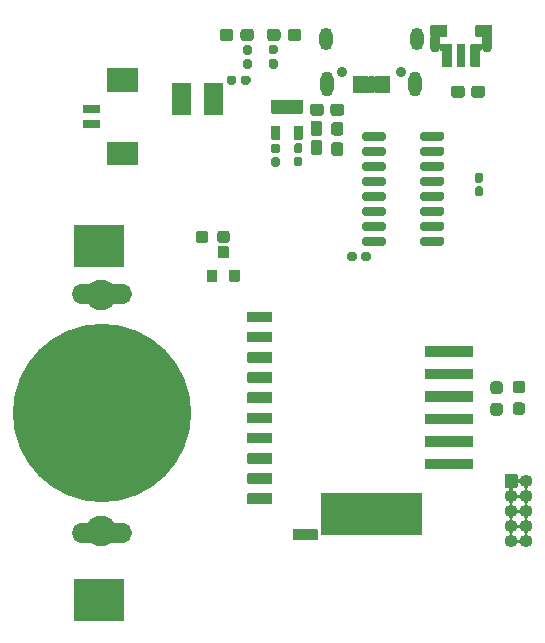
<source format=gbr>
G04 #@! TF.GenerationSoftware,KiCad,Pcbnew,(5.1.10-1-10_14)*
G04 #@! TF.CreationDate,2021-06-27T23:26:48+08:00*
G04 #@! TF.ProjectId,mops-out,6d6f7073-2d6f-4757-942e-6b696361645f,rev?*
G04 #@! TF.SameCoordinates,Original*
G04 #@! TF.FileFunction,Soldermask,Top*
G04 #@! TF.FilePolarity,Negative*
%FSLAX46Y46*%
G04 Gerber Fmt 4.6, Leading zero omitted, Abs format (unit mm)*
G04 Created by KiCad (PCBNEW (5.1.10-1-10_14)) date 2021-06-27 23:26:48*
%MOMM*%
%LPD*%
G01*
G04 APERTURE LIST*
%ADD10O,1.102000X1.102000*%
%ADD11C,2.601995*%
%ADD12O,5.101990X1.701997*%
%ADD13C,15.101995*%
%ADD14C,0.902000*%
%ADD15O,1.102000X1.902000*%
%ADD16O,1.102000X2.102000*%
%ADD17O,0.864000X1.626000*%
%ADD18C,0.100000*%
G04 APERTURE END LIST*
G36*
G01*
X143574380Y-65201560D02*
X143574380Y-65552560D01*
G75*
G02*
X143398880Y-65728060I-175500J0D01*
G01*
X141697880Y-65728060D01*
G75*
G02*
X141522380Y-65552560I0J175500D01*
G01*
X141522380Y-65201560D01*
G75*
G02*
X141697880Y-65026060I175500J0D01*
G01*
X143398880Y-65026060D01*
G75*
G02*
X143574380Y-65201560I0J-175500D01*
G01*
G37*
G36*
G01*
X143574380Y-63931560D02*
X143574380Y-64282560D01*
G75*
G02*
X143398880Y-64458060I-175500J0D01*
G01*
X141697880Y-64458060D01*
G75*
G02*
X141522380Y-64282560I0J175500D01*
G01*
X141522380Y-63931560D01*
G75*
G02*
X141697880Y-63756060I175500J0D01*
G01*
X143398880Y-63756060D01*
G75*
G02*
X143574380Y-63931560I0J-175500D01*
G01*
G37*
G36*
G01*
X143574380Y-62661560D02*
X143574380Y-63012560D01*
G75*
G02*
X143398880Y-63188060I-175500J0D01*
G01*
X141697880Y-63188060D01*
G75*
G02*
X141522380Y-63012560I0J175500D01*
G01*
X141522380Y-62661560D01*
G75*
G02*
X141697880Y-62486060I175500J0D01*
G01*
X143398880Y-62486060D01*
G75*
G02*
X143574380Y-62661560I0J-175500D01*
G01*
G37*
G36*
G01*
X143574380Y-61391560D02*
X143574380Y-61742560D01*
G75*
G02*
X143398880Y-61918060I-175500J0D01*
G01*
X141697880Y-61918060D01*
G75*
G02*
X141522380Y-61742560I0J175500D01*
G01*
X141522380Y-61391560D01*
G75*
G02*
X141697880Y-61216060I175500J0D01*
G01*
X143398880Y-61216060D01*
G75*
G02*
X143574380Y-61391560I0J-175500D01*
G01*
G37*
G36*
G01*
X143574380Y-60121560D02*
X143574380Y-60472560D01*
G75*
G02*
X143398880Y-60648060I-175500J0D01*
G01*
X141697880Y-60648060D01*
G75*
G02*
X141522380Y-60472560I0J175500D01*
G01*
X141522380Y-60121560D01*
G75*
G02*
X141697880Y-59946060I175500J0D01*
G01*
X143398880Y-59946060D01*
G75*
G02*
X143574380Y-60121560I0J-175500D01*
G01*
G37*
G36*
G01*
X143574380Y-58851560D02*
X143574380Y-59202560D01*
G75*
G02*
X143398880Y-59378060I-175500J0D01*
G01*
X141697880Y-59378060D01*
G75*
G02*
X141522380Y-59202560I0J175500D01*
G01*
X141522380Y-58851560D01*
G75*
G02*
X141697880Y-58676060I175500J0D01*
G01*
X143398880Y-58676060D01*
G75*
G02*
X143574380Y-58851560I0J-175500D01*
G01*
G37*
G36*
G01*
X143574380Y-57581560D02*
X143574380Y-57932560D01*
G75*
G02*
X143398880Y-58108060I-175500J0D01*
G01*
X141697880Y-58108060D01*
G75*
G02*
X141522380Y-57932560I0J175500D01*
G01*
X141522380Y-57581560D01*
G75*
G02*
X141697880Y-57406060I175500J0D01*
G01*
X143398880Y-57406060D01*
G75*
G02*
X143574380Y-57581560I0J-175500D01*
G01*
G37*
G36*
G01*
X143574380Y-56311560D02*
X143574380Y-56662560D01*
G75*
G02*
X143398880Y-56838060I-175500J0D01*
G01*
X141697880Y-56838060D01*
G75*
G02*
X141522380Y-56662560I0J175500D01*
G01*
X141522380Y-56311560D01*
G75*
G02*
X141697880Y-56136060I175500J0D01*
G01*
X143398880Y-56136060D01*
G75*
G02*
X143574380Y-56311560I0J-175500D01*
G01*
G37*
G36*
G01*
X138624380Y-56311560D02*
X138624380Y-56662560D01*
G75*
G02*
X138448880Y-56838060I-175500J0D01*
G01*
X136747880Y-56838060D01*
G75*
G02*
X136572380Y-56662560I0J175500D01*
G01*
X136572380Y-56311560D01*
G75*
G02*
X136747880Y-56136060I175500J0D01*
G01*
X138448880Y-56136060D01*
G75*
G02*
X138624380Y-56311560I0J-175500D01*
G01*
G37*
G36*
G01*
X138624380Y-57581560D02*
X138624380Y-57932560D01*
G75*
G02*
X138448880Y-58108060I-175500J0D01*
G01*
X136747880Y-58108060D01*
G75*
G02*
X136572380Y-57932560I0J175500D01*
G01*
X136572380Y-57581560D01*
G75*
G02*
X136747880Y-57406060I175500J0D01*
G01*
X138448880Y-57406060D01*
G75*
G02*
X138624380Y-57581560I0J-175500D01*
G01*
G37*
G36*
G01*
X138624380Y-58851560D02*
X138624380Y-59202560D01*
G75*
G02*
X138448880Y-59378060I-175500J0D01*
G01*
X136747880Y-59378060D01*
G75*
G02*
X136572380Y-59202560I0J175500D01*
G01*
X136572380Y-58851560D01*
G75*
G02*
X136747880Y-58676060I175500J0D01*
G01*
X138448880Y-58676060D01*
G75*
G02*
X138624380Y-58851560I0J-175500D01*
G01*
G37*
G36*
G01*
X138624380Y-60121560D02*
X138624380Y-60472560D01*
G75*
G02*
X138448880Y-60648060I-175500J0D01*
G01*
X136747880Y-60648060D01*
G75*
G02*
X136572380Y-60472560I0J175500D01*
G01*
X136572380Y-60121560D01*
G75*
G02*
X136747880Y-59946060I175500J0D01*
G01*
X138448880Y-59946060D01*
G75*
G02*
X138624380Y-60121560I0J-175500D01*
G01*
G37*
G36*
G01*
X138624380Y-61391560D02*
X138624380Y-61742560D01*
G75*
G02*
X138448880Y-61918060I-175500J0D01*
G01*
X136747880Y-61918060D01*
G75*
G02*
X136572380Y-61742560I0J175500D01*
G01*
X136572380Y-61391560D01*
G75*
G02*
X136747880Y-61216060I175500J0D01*
G01*
X138448880Y-61216060D01*
G75*
G02*
X138624380Y-61391560I0J-175500D01*
G01*
G37*
G36*
G01*
X138624380Y-62661560D02*
X138624380Y-63012560D01*
G75*
G02*
X138448880Y-63188060I-175500J0D01*
G01*
X136747880Y-63188060D01*
G75*
G02*
X136572380Y-63012560I0J175500D01*
G01*
X136572380Y-62661560D01*
G75*
G02*
X136747880Y-62486060I175500J0D01*
G01*
X138448880Y-62486060D01*
G75*
G02*
X138624380Y-62661560I0J-175500D01*
G01*
G37*
G36*
G01*
X138624380Y-63931560D02*
X138624380Y-64282560D01*
G75*
G02*
X138448880Y-64458060I-175500J0D01*
G01*
X136747880Y-64458060D01*
G75*
G02*
X136572380Y-64282560I0J175500D01*
G01*
X136572380Y-63931560D01*
G75*
G02*
X136747880Y-63756060I175500J0D01*
G01*
X138448880Y-63756060D01*
G75*
G02*
X138624380Y-63931560I0J-175500D01*
G01*
G37*
G36*
G01*
X138624380Y-65201560D02*
X138624380Y-65552560D01*
G75*
G02*
X138448880Y-65728060I-175500J0D01*
G01*
X136747880Y-65728060D01*
G75*
G02*
X136572380Y-65552560I0J175500D01*
G01*
X136572380Y-65201560D01*
G75*
G02*
X136747880Y-65026060I175500J0D01*
G01*
X138448880Y-65026060D01*
G75*
G02*
X138624380Y-65201560I0J-175500D01*
G01*
G37*
G36*
G01*
X148663840Y-86164040D02*
X148663840Y-85164040D01*
G75*
G02*
X148714840Y-85113040I51000J0D01*
G01*
X149714840Y-85113040D01*
G75*
G02*
X149765840Y-85164040I0J-51000D01*
G01*
X149765840Y-86164040D01*
G75*
G02*
X149714840Y-86215040I-51000J0D01*
G01*
X148714840Y-86215040D01*
G75*
G02*
X148663840Y-86164040I0J51000D01*
G01*
G37*
D10*
X150484840Y-85664040D03*
X150484840Y-86934040D03*
X149214840Y-86934040D03*
X150484840Y-88204040D03*
X149214840Y-88204040D03*
X150484840Y-89474040D03*
X149214840Y-89474040D03*
X150484840Y-90744040D03*
X149214840Y-90744040D03*
G36*
G01*
X146677540Y-61552300D02*
X146316540Y-61552300D01*
G75*
G02*
X146136040Y-61371800I0J180500D01*
G01*
X146136040Y-60895800D01*
G75*
G02*
X146316540Y-60715300I180500J0D01*
G01*
X146677540Y-60715300D01*
G75*
G02*
X146858040Y-60895800I0J-180500D01*
G01*
X146858040Y-61371800D01*
G75*
G02*
X146677540Y-61552300I-180500J0D01*
G01*
G37*
G36*
G01*
X146677540Y-60417300D02*
X146316540Y-60417300D01*
G75*
G02*
X146136040Y-60236800I0J180500D01*
G01*
X146136040Y-59760800D01*
G75*
G02*
X146316540Y-59580300I180500J0D01*
G01*
X146677540Y-59580300D01*
G75*
G02*
X146858040Y-59760800I0J-180500D01*
G01*
X146858040Y-60236800D01*
G75*
G02*
X146677540Y-60417300I-180500J0D01*
G01*
G37*
G36*
G01*
X137338280Y-66476720D02*
X137338280Y-66837720D01*
G75*
G02*
X137157780Y-67018220I-180500J0D01*
G01*
X136681780Y-67018220D01*
G75*
G02*
X136501280Y-66837720I0J180500D01*
G01*
X136501280Y-66476720D01*
G75*
G02*
X136681780Y-66296220I180500J0D01*
G01*
X137157780Y-66296220D01*
G75*
G02*
X137338280Y-66476720I0J-180500D01*
G01*
G37*
G36*
G01*
X136203280Y-66476720D02*
X136203280Y-66837720D01*
G75*
G02*
X136022780Y-67018220I-180500J0D01*
G01*
X135546780Y-67018220D01*
G75*
G02*
X135366280Y-66837720I0J180500D01*
G01*
X135366280Y-66476720D01*
G75*
G02*
X135546780Y-66296220I180500J0D01*
G01*
X136022780Y-66296220D01*
G75*
G02*
X136203280Y-66476720I0J-180500D01*
G01*
G37*
G36*
G01*
X132970780Y-56472680D02*
X132494780Y-56472680D01*
G75*
G02*
X132256780Y-56234680I0J238000D01*
G01*
X132256780Y-55383680D01*
G75*
G02*
X132494780Y-55145680I238000J0D01*
G01*
X132970780Y-55145680D01*
G75*
G02*
X133208780Y-55383680I0J-238000D01*
G01*
X133208780Y-56234680D01*
G75*
G02*
X132970780Y-56472680I-238000J0D01*
G01*
G37*
G36*
G01*
X132970780Y-58097680D02*
X132494780Y-58097680D01*
G75*
G02*
X132256780Y-57859680I0J238000D01*
G01*
X132256780Y-57008680D01*
G75*
G02*
X132494780Y-56770680I238000J0D01*
G01*
X132970780Y-56770680D01*
G75*
G02*
X133208780Y-57008680I0J-238000D01*
G01*
X133208780Y-57859680D01*
G75*
G02*
X132970780Y-58097680I-238000J0D01*
G01*
G37*
G36*
G01*
X116430476Y-67557278D02*
X112230484Y-67557278D01*
G75*
G02*
X112179484Y-67506278I0J51000D01*
G01*
X112179484Y-64006286D01*
G75*
G02*
X112230484Y-63955286I51000J0D01*
G01*
X116430476Y-63955286D01*
G75*
G02*
X116481476Y-64006286I0J-51000D01*
G01*
X116481476Y-67506278D01*
G75*
G02*
X116430476Y-67557278I-51000J0D01*
G01*
G37*
G36*
G01*
X116430476Y-97532834D02*
X112230484Y-97532834D01*
G75*
G02*
X112179484Y-97481834I0J51000D01*
G01*
X112179484Y-93981842D01*
G75*
G02*
X112230484Y-93930842I51000J0D01*
G01*
X116430476Y-93930842D01*
G75*
G02*
X116481476Y-93981842I0J-51000D01*
G01*
X116481476Y-97481834D01*
G75*
G02*
X116430476Y-97532834I-51000J0D01*
G01*
G37*
D11*
X114523520Y-89933780D03*
X114523520Y-69933820D03*
D12*
X114599720Y-90055700D03*
X114599720Y-69832164D03*
D13*
X114599720Y-79943932D03*
D14*
X134900000Y-51000000D03*
X139900000Y-51000000D03*
D15*
X133525000Y-48250000D03*
X141275000Y-48250000D03*
D16*
X133675000Y-52050000D03*
X141125000Y-52050000D03*
G36*
G01*
X136376000Y-51450000D02*
X136376000Y-52750000D01*
G75*
G02*
X136325000Y-52801000I-51000J0D01*
G01*
X135875000Y-52801000D01*
G75*
G02*
X135824000Y-52750000I0J51000D01*
G01*
X135824000Y-51450000D01*
G75*
G02*
X135875000Y-51399000I51000J0D01*
G01*
X136325000Y-51399000D01*
G75*
G02*
X136376000Y-51450000I0J-51000D01*
G01*
G37*
G36*
G01*
X137026000Y-51450000D02*
X137026000Y-52750000D01*
G75*
G02*
X136975000Y-52801000I-51000J0D01*
G01*
X136525000Y-52801000D01*
G75*
G02*
X136474000Y-52750000I0J51000D01*
G01*
X136474000Y-51450000D01*
G75*
G02*
X136525000Y-51399000I51000J0D01*
G01*
X136975000Y-51399000D01*
G75*
G02*
X137026000Y-51450000I0J-51000D01*
G01*
G37*
G36*
G01*
X137676000Y-51450000D02*
X137676000Y-52750000D01*
G75*
G02*
X137625000Y-52801000I-51000J0D01*
G01*
X137175000Y-52801000D01*
G75*
G02*
X137124000Y-52750000I0J51000D01*
G01*
X137124000Y-51450000D01*
G75*
G02*
X137175000Y-51399000I51000J0D01*
G01*
X137625000Y-51399000D01*
G75*
G02*
X137676000Y-51450000I0J-51000D01*
G01*
G37*
G36*
G01*
X138326000Y-51450000D02*
X138326000Y-52750000D01*
G75*
G02*
X138275000Y-52801000I-51000J0D01*
G01*
X137825000Y-52801000D01*
G75*
G02*
X137774000Y-52750000I0J51000D01*
G01*
X137774000Y-51450000D01*
G75*
G02*
X137825000Y-51399000I51000J0D01*
G01*
X138275000Y-51399000D01*
G75*
G02*
X138326000Y-51450000I0J-51000D01*
G01*
G37*
G36*
G01*
X138976000Y-51450000D02*
X138976000Y-52750000D01*
G75*
G02*
X138925000Y-52801000I-51000J0D01*
G01*
X138475000Y-52801000D01*
G75*
G02*
X138424000Y-52750000I0J51000D01*
G01*
X138424000Y-51450000D01*
G75*
G02*
X138475000Y-51399000I51000J0D01*
G01*
X138925000Y-51399000D01*
G75*
G02*
X138976000Y-51450000I0J-51000D01*
G01*
G37*
G36*
G01*
X124334000Y-65263000D02*
X124334000Y-64737000D01*
G75*
G02*
X124597000Y-64474000I263000J0D01*
G01*
X125148000Y-64474000D01*
G75*
G02*
X125411000Y-64737000I0J-263000D01*
G01*
X125411000Y-65263000D01*
G75*
G02*
X125148000Y-65526000I-263000J0D01*
G01*
X124597000Y-65526000D01*
G75*
G02*
X124334000Y-65263000I0J263000D01*
G01*
G37*
G36*
G01*
X122509000Y-65263000D02*
X122509000Y-64737000D01*
G75*
G02*
X122772000Y-64474000I263000J0D01*
G01*
X123323000Y-64474000D01*
G75*
G02*
X123586000Y-64737000I0J-263000D01*
G01*
X123586000Y-65263000D01*
G75*
G02*
X123323000Y-65526000I-263000J0D01*
G01*
X122772000Y-65526000D01*
G75*
G02*
X122509000Y-65263000I0J263000D01*
G01*
G37*
G36*
G01*
X149622400Y-79002240D02*
X150148400Y-79002240D01*
G75*
G02*
X150411400Y-79265240I0J-263000D01*
G01*
X150411400Y-79816240D01*
G75*
G02*
X150148400Y-80079240I-263000J0D01*
G01*
X149622400Y-80079240D01*
G75*
G02*
X149359400Y-79816240I0J263000D01*
G01*
X149359400Y-79265240D01*
G75*
G02*
X149622400Y-79002240I263000J0D01*
G01*
G37*
G36*
G01*
X149622400Y-77177240D02*
X150148400Y-77177240D01*
G75*
G02*
X150411400Y-77440240I0J-263000D01*
G01*
X150411400Y-77991240D01*
G75*
G02*
X150148400Y-78254240I-263000J0D01*
G01*
X149622400Y-78254240D01*
G75*
G02*
X149359400Y-77991240I0J263000D01*
G01*
X149359400Y-77440240D01*
G75*
G02*
X149622400Y-77177240I263000J0D01*
G01*
G37*
G36*
G01*
X147737000Y-79054000D02*
X148263000Y-79054000D01*
G75*
G02*
X148526000Y-79317000I0J-263000D01*
G01*
X148526000Y-79868000D01*
G75*
G02*
X148263000Y-80131000I-263000J0D01*
G01*
X147737000Y-80131000D01*
G75*
G02*
X147474000Y-79868000I0J263000D01*
G01*
X147474000Y-79317000D01*
G75*
G02*
X147737000Y-79054000I263000J0D01*
G01*
G37*
G36*
G01*
X147737000Y-77229000D02*
X148263000Y-77229000D01*
G75*
G02*
X148526000Y-77492000I0J-263000D01*
G01*
X148526000Y-78043000D01*
G75*
G02*
X148263000Y-78306000I-263000J0D01*
G01*
X147737000Y-78306000D01*
G75*
G02*
X147474000Y-78043000I0J263000D01*
G01*
X147474000Y-77492000D01*
G75*
G02*
X147737000Y-77229000I263000J0D01*
G01*
G37*
G36*
G01*
X129270840Y-49549280D02*
X128899840Y-49549280D01*
G75*
G02*
X128714340Y-49363780I0J185500D01*
G01*
X128714340Y-48917780D01*
G75*
G02*
X128899840Y-48732280I185500J0D01*
G01*
X129270840Y-48732280D01*
G75*
G02*
X129456340Y-48917780I0J-185500D01*
G01*
X129456340Y-49363780D01*
G75*
G02*
X129270840Y-49549280I-185500J0D01*
G01*
G37*
G36*
G01*
X129270840Y-50744280D02*
X128899840Y-50744280D01*
G75*
G02*
X128714340Y-50558780I0J185500D01*
G01*
X128714340Y-50112780D01*
G75*
G02*
X128899840Y-49927280I185500J0D01*
G01*
X129270840Y-49927280D01*
G75*
G02*
X129456340Y-50112780I0J-185500D01*
G01*
X129456340Y-50558780D01*
G75*
G02*
X129270840Y-50744280I-185500J0D01*
G01*
G37*
G36*
G01*
X125970260Y-51544140D02*
X125970260Y-51915140D01*
G75*
G02*
X125784760Y-52100640I-185500J0D01*
G01*
X125338760Y-52100640D01*
G75*
G02*
X125153260Y-51915140I0J185500D01*
G01*
X125153260Y-51544140D01*
G75*
G02*
X125338760Y-51358640I185500J0D01*
G01*
X125784760Y-51358640D01*
G75*
G02*
X125970260Y-51544140I0J-185500D01*
G01*
G37*
G36*
G01*
X127165260Y-51544140D02*
X127165260Y-51915140D01*
G75*
G02*
X126979760Y-52100640I-185500J0D01*
G01*
X126533760Y-52100640D01*
G75*
G02*
X126348260Y-51915140I0J185500D01*
G01*
X126348260Y-51544140D01*
G75*
G02*
X126533760Y-51358640I185500J0D01*
G01*
X126979760Y-51358640D01*
G75*
G02*
X127165260Y-51544140I0J-185500D01*
G01*
G37*
G36*
G01*
X126697660Y-49950140D02*
X127068660Y-49950140D01*
G75*
G02*
X127254160Y-50135640I0J-185500D01*
G01*
X127254160Y-50581640D01*
G75*
G02*
X127068660Y-50767140I-185500J0D01*
G01*
X126697660Y-50767140D01*
G75*
G02*
X126512160Y-50581640I0J185500D01*
G01*
X126512160Y-50135640D01*
G75*
G02*
X126697660Y-49950140I185500J0D01*
G01*
G37*
G36*
G01*
X126697660Y-48755140D02*
X127068660Y-48755140D01*
G75*
G02*
X127254160Y-48940640I0J-185500D01*
G01*
X127254160Y-49386640D01*
G75*
G02*
X127068660Y-49572140I-185500J0D01*
G01*
X126697660Y-49572140D01*
G75*
G02*
X126512160Y-49386640I0J185500D01*
G01*
X126512160Y-48940640D01*
G75*
G02*
X126697660Y-48755140I185500J0D01*
G01*
G37*
G36*
G01*
X125258780Y-66788140D02*
X124458780Y-66788140D01*
G75*
G02*
X124407780Y-66737140I0J51000D01*
G01*
X124407780Y-65837140D01*
G75*
G02*
X124458780Y-65786140I51000J0D01*
G01*
X125258780Y-65786140D01*
G75*
G02*
X125309780Y-65837140I0J-51000D01*
G01*
X125309780Y-66737140D01*
G75*
G02*
X125258780Y-66788140I-51000J0D01*
G01*
G37*
G36*
G01*
X126208780Y-68788140D02*
X125408780Y-68788140D01*
G75*
G02*
X125357780Y-68737140I0J51000D01*
G01*
X125357780Y-67837140D01*
G75*
G02*
X125408780Y-67786140I51000J0D01*
G01*
X126208780Y-67786140D01*
G75*
G02*
X126259780Y-67837140I0J-51000D01*
G01*
X126259780Y-68737140D01*
G75*
G02*
X126208780Y-68788140I-51000J0D01*
G01*
G37*
G36*
G01*
X124308780Y-68788140D02*
X123508780Y-68788140D01*
G75*
G02*
X123457780Y-68737140I0J51000D01*
G01*
X123457780Y-67837140D01*
G75*
G02*
X123508780Y-67786140I51000J0D01*
G01*
X124308780Y-67786140D01*
G75*
G02*
X124359780Y-67837140I0J-51000D01*
G01*
X124359780Y-68737140D01*
G75*
G02*
X124308780Y-68788140I-51000J0D01*
G01*
G37*
G36*
G01*
X129701000Y-47637000D02*
X129701000Y-48163000D01*
G75*
G02*
X129438000Y-48426000I-263000J0D01*
G01*
X128812000Y-48426000D01*
G75*
G02*
X128549000Y-48163000I0J263000D01*
G01*
X128549000Y-47637000D01*
G75*
G02*
X128812000Y-47374000I263000J0D01*
G01*
X129438000Y-47374000D01*
G75*
G02*
X129701000Y-47637000I0J-263000D01*
G01*
G37*
G36*
G01*
X131451000Y-47637000D02*
X131451000Y-48163000D01*
G75*
G02*
X131188000Y-48426000I-263000J0D01*
G01*
X130562000Y-48426000D01*
G75*
G02*
X130299000Y-48163000I0J263000D01*
G01*
X130299000Y-47637000D01*
G75*
G02*
X130562000Y-47374000I263000J0D01*
G01*
X131188000Y-47374000D01*
G75*
G02*
X131451000Y-47637000I0J-263000D01*
G01*
G37*
G36*
G01*
X126299000Y-48163000D02*
X126299000Y-47637000D01*
G75*
G02*
X126562000Y-47374000I263000J0D01*
G01*
X127188000Y-47374000D01*
G75*
G02*
X127451000Y-47637000I0J-263000D01*
G01*
X127451000Y-48163000D01*
G75*
G02*
X127188000Y-48426000I-263000J0D01*
G01*
X126562000Y-48426000D01*
G75*
G02*
X126299000Y-48163000I0J263000D01*
G01*
G37*
G36*
G01*
X124549000Y-48163000D02*
X124549000Y-47637000D01*
G75*
G02*
X124812000Y-47374000I263000J0D01*
G01*
X125438000Y-47374000D01*
G75*
G02*
X125701000Y-47637000I0J-263000D01*
G01*
X125701000Y-48163000D01*
G75*
G02*
X125438000Y-48426000I-263000J0D01*
G01*
X124812000Y-48426000D01*
G75*
G02*
X124549000Y-48163000I0J263000D01*
G01*
G37*
G36*
G01*
X145846480Y-52975620D02*
X145846480Y-52449620D01*
G75*
G02*
X146109480Y-52186620I263000J0D01*
G01*
X146760480Y-52186620D01*
G75*
G02*
X147023480Y-52449620I0J-263000D01*
G01*
X147023480Y-52975620D01*
G75*
G02*
X146760480Y-53238620I-263000J0D01*
G01*
X146109480Y-53238620D01*
G75*
G02*
X145846480Y-52975620I0J263000D01*
G01*
G37*
G36*
G01*
X144121480Y-52975620D02*
X144121480Y-52449620D01*
G75*
G02*
X144384480Y-52186620I263000J0D01*
G01*
X145035480Y-52186620D01*
G75*
G02*
X145298480Y-52449620I0J-263000D01*
G01*
X145298480Y-52975620D01*
G75*
G02*
X145035480Y-53238620I-263000J0D01*
G01*
X144384480Y-53238620D01*
G75*
G02*
X144121480Y-52975620I0J263000D01*
G01*
G37*
G36*
G01*
X133911020Y-54499620D02*
X133911020Y-53973620D01*
G75*
G02*
X134174020Y-53710620I263000J0D01*
G01*
X134825020Y-53710620D01*
G75*
G02*
X135088020Y-53973620I0J-263000D01*
G01*
X135088020Y-54499620D01*
G75*
G02*
X134825020Y-54762620I-263000J0D01*
G01*
X134174020Y-54762620D01*
G75*
G02*
X133911020Y-54499620I0J263000D01*
G01*
G37*
G36*
G01*
X132186020Y-54499620D02*
X132186020Y-53973620D01*
G75*
G02*
X132449020Y-53710620I263000J0D01*
G01*
X133100020Y-53710620D01*
G75*
G02*
X133363020Y-53973620I0J-263000D01*
G01*
X133363020Y-54499620D01*
G75*
G02*
X133100020Y-54762620I-263000J0D01*
G01*
X132449020Y-54762620D01*
G75*
G02*
X132186020Y-54499620I0J263000D01*
G01*
G37*
G36*
G01*
X129095340Y-58231180D02*
X129456340Y-58231180D01*
G75*
G02*
X129636840Y-58411680I0J-180500D01*
G01*
X129636840Y-58887680D01*
G75*
G02*
X129456340Y-59068180I-180500J0D01*
G01*
X129095340Y-59068180D01*
G75*
G02*
X128914840Y-58887680I0J180500D01*
G01*
X128914840Y-58411680D01*
G75*
G02*
X129095340Y-58231180I180500J0D01*
G01*
G37*
G36*
G01*
X129095340Y-57096180D02*
X129456340Y-57096180D01*
G75*
G02*
X129636840Y-57276680I0J-180500D01*
G01*
X129636840Y-57752680D01*
G75*
G02*
X129456340Y-57933180I-180500J0D01*
G01*
X129095340Y-57933180D01*
G75*
G02*
X128914840Y-57752680I0J180500D01*
G01*
X128914840Y-57276680D01*
G75*
G02*
X129095340Y-57096180I180500J0D01*
G01*
G37*
G36*
G01*
X134763620Y-56431500D02*
X134237620Y-56431500D01*
G75*
G02*
X133974620Y-56168500I0J263000D01*
G01*
X133974620Y-55517500D01*
G75*
G02*
X134237620Y-55254500I263000J0D01*
G01*
X134763620Y-55254500D01*
G75*
G02*
X135026620Y-55517500I0J-263000D01*
G01*
X135026620Y-56168500D01*
G75*
G02*
X134763620Y-56431500I-263000J0D01*
G01*
G37*
G36*
G01*
X134763620Y-58156500D02*
X134237620Y-58156500D01*
G75*
G02*
X133974620Y-57893500I0J263000D01*
G01*
X133974620Y-57242500D01*
G75*
G02*
X134237620Y-56979500I263000J0D01*
G01*
X134763620Y-56979500D01*
G75*
G02*
X135026620Y-57242500I0J-263000D01*
G01*
X135026620Y-57893500D01*
G75*
G02*
X134763620Y-58156500I-263000J0D01*
G01*
G37*
G36*
G01*
X131007960Y-58190540D02*
X131368960Y-58190540D01*
G75*
G02*
X131549460Y-58371040I0J-180500D01*
G01*
X131549460Y-58847040D01*
G75*
G02*
X131368960Y-59027540I-180500J0D01*
G01*
X131007960Y-59027540D01*
G75*
G02*
X130827460Y-58847040I0J180500D01*
G01*
X130827460Y-58371040D01*
G75*
G02*
X131007960Y-58190540I180500J0D01*
G01*
G37*
G36*
G01*
X131007960Y-57055540D02*
X131368960Y-57055540D01*
G75*
G02*
X131549460Y-57236040I0J-180500D01*
G01*
X131549460Y-57712040D01*
G75*
G02*
X131368960Y-57892540I-180500J0D01*
G01*
X131007960Y-57892540D01*
G75*
G02*
X130827460Y-57712040I0J180500D01*
G01*
X130827460Y-57236040D01*
G75*
G02*
X131007960Y-57055540I180500J0D01*
G01*
G37*
G36*
G01*
X117618732Y-58945909D02*
X115018738Y-58945909D01*
G75*
G02*
X114967738Y-58894909I0J51000D01*
G01*
X114967738Y-56994913D01*
G75*
G02*
X115018738Y-56943913I51000J0D01*
G01*
X117618732Y-56943913D01*
G75*
G02*
X117669732Y-56994913I0J-51000D01*
G01*
X117669732Y-58894909D01*
G75*
G02*
X117618732Y-58945909I-51000J0D01*
G01*
G37*
G36*
G01*
X117618732Y-52695985D02*
X115018738Y-52695985D01*
G75*
G02*
X114967738Y-52644985I0J51000D01*
G01*
X114967738Y-50744989D01*
G75*
G02*
X115018738Y-50693989I51000J0D01*
G01*
X117618732Y-50693989D01*
G75*
G02*
X117669732Y-50744989I0J-51000D01*
G01*
X117669732Y-52644985D01*
G75*
G02*
X117618732Y-52695985I-51000J0D01*
G01*
G37*
G36*
G01*
X114401264Y-54546108D02*
X113001266Y-54546108D01*
G75*
G02*
X112950267Y-54495109I0J50999D01*
G01*
X112950267Y-53895109D01*
G75*
G02*
X113001266Y-53844110I50999J0D01*
G01*
X114401264Y-53844110D01*
G75*
G02*
X114452263Y-53895109I0J-50999D01*
G01*
X114452263Y-54495109D01*
G75*
G02*
X114401264Y-54546108I-50999J0D01*
G01*
G37*
G36*
G01*
X114401264Y-55796042D02*
X113001266Y-55796042D01*
G75*
G02*
X112950267Y-55745043I0J50999D01*
G01*
X112950267Y-55145043D01*
G75*
G02*
X113001266Y-55094044I50999J0D01*
G01*
X114401264Y-55094044D01*
G75*
G02*
X114452263Y-55145043I0J-50999D01*
G01*
X114452263Y-55745043D01*
G75*
G02*
X114401264Y-55796042I-50999J0D01*
G01*
G37*
G36*
G01*
X130868579Y-55598900D02*
X131518581Y-55598900D01*
G75*
G02*
X131569580Y-55649899I0J-50999D01*
G01*
X131569580Y-56709901D01*
G75*
G02*
X131518581Y-56760900I-50999J0D01*
G01*
X130868579Y-56760900D01*
G75*
G02*
X130817580Y-56709901I0J50999D01*
G01*
X130817580Y-55649899D01*
G75*
G02*
X130868579Y-55598900I50999J0D01*
G01*
G37*
G36*
G01*
X128968579Y-55598900D02*
X129618581Y-55598900D01*
G75*
G02*
X129669580Y-55649899I0J-50999D01*
G01*
X129669580Y-56709901D01*
G75*
G02*
X129618581Y-56760900I-50999J0D01*
G01*
X128968579Y-56760900D01*
G75*
G02*
X128917580Y-56709901I0J50999D01*
G01*
X128917580Y-55649899D01*
G75*
G02*
X128968579Y-55598900I50999J0D01*
G01*
G37*
G36*
G01*
X128968579Y-53398900D02*
X129618581Y-53398900D01*
G75*
G02*
X129669580Y-53449899I0J-50999D01*
G01*
X129669580Y-54509901D01*
G75*
G02*
X129618581Y-54560900I-50999J0D01*
G01*
X128968579Y-54560900D01*
G75*
G02*
X128917580Y-54509901I0J50999D01*
G01*
X128917580Y-53449899D01*
G75*
G02*
X128968579Y-53398900I50999J0D01*
G01*
G37*
G36*
G01*
X129918579Y-53398900D02*
X130568581Y-53398900D01*
G75*
G02*
X130619580Y-53449899I0J-50999D01*
G01*
X130619580Y-54509901D01*
G75*
G02*
X130568581Y-54560900I-50999J0D01*
G01*
X129918579Y-54560900D01*
G75*
G02*
X129867580Y-54509901I0J50999D01*
G01*
X129867580Y-53449899D01*
G75*
G02*
X129918579Y-53398900I50999J0D01*
G01*
G37*
G36*
G01*
X130868579Y-53398900D02*
X131518581Y-53398900D01*
G75*
G02*
X131569580Y-53449899I0J-50999D01*
G01*
X131569580Y-54509901D01*
G75*
G02*
X131518581Y-54560900I-50999J0D01*
G01*
X130868579Y-54560900D01*
G75*
G02*
X130817580Y-54509901I0J50999D01*
G01*
X130817580Y-53449899D01*
G75*
G02*
X130868579Y-53398900I50999J0D01*
G01*
G37*
G36*
G01*
X123188300Y-53659921D02*
X123188300Y-53009919D01*
G75*
G02*
X123239299Y-52958920I50999J0D01*
G01*
X124799301Y-52958920D01*
G75*
G02*
X124850300Y-53009919I0J-50999D01*
G01*
X124850300Y-53659921D01*
G75*
G02*
X124799301Y-53710920I-50999J0D01*
G01*
X123239299Y-53710920D01*
G75*
G02*
X123188300Y-53659921I0J50999D01*
G01*
G37*
G36*
G01*
X123188300Y-52709921D02*
X123188300Y-52059919D01*
G75*
G02*
X123239299Y-52008920I50999J0D01*
G01*
X124799301Y-52008920D01*
G75*
G02*
X124850300Y-52059919I0J-50999D01*
G01*
X124850300Y-52709921D01*
G75*
G02*
X124799301Y-52760920I-50999J0D01*
G01*
X123239299Y-52760920D01*
G75*
G02*
X123188300Y-52709921I0J50999D01*
G01*
G37*
G36*
G01*
X123188300Y-54609921D02*
X123188300Y-53959919D01*
G75*
G02*
X123239299Y-53908920I50999J0D01*
G01*
X124799301Y-53908920D01*
G75*
G02*
X124850300Y-53959919I0J-50999D01*
G01*
X124850300Y-54609921D01*
G75*
G02*
X124799301Y-54660920I-50999J0D01*
G01*
X123239299Y-54660920D01*
G75*
G02*
X123188300Y-54609921I0J50999D01*
G01*
G37*
G36*
G01*
X120488300Y-54609921D02*
X120488300Y-53959919D01*
G75*
G02*
X120539299Y-53908920I50999J0D01*
G01*
X122099301Y-53908920D01*
G75*
G02*
X122150300Y-53959919I0J-50999D01*
G01*
X122150300Y-54609921D01*
G75*
G02*
X122099301Y-54660920I-50999J0D01*
G01*
X120539299Y-54660920D01*
G75*
G02*
X120488300Y-54609921I0J50999D01*
G01*
G37*
G36*
G01*
X120488300Y-53659921D02*
X120488300Y-53009919D01*
G75*
G02*
X120539299Y-52958920I50999J0D01*
G01*
X122099301Y-52958920D01*
G75*
G02*
X122150300Y-53009919I0J-50999D01*
G01*
X122150300Y-53659921D01*
G75*
G02*
X122099301Y-53710920I-50999J0D01*
G01*
X120539299Y-53710920D01*
G75*
G02*
X120488300Y-53659921I0J50999D01*
G01*
G37*
G36*
G01*
X120488300Y-52709921D02*
X120488300Y-52059919D01*
G75*
G02*
X120539299Y-52008920I50999J0D01*
G01*
X122099301Y-52008920D01*
G75*
G02*
X122150300Y-52059919I0J-50999D01*
G01*
X122150300Y-52709921D01*
G75*
G02*
X122099301Y-52760920I-50999J0D01*
G01*
X120539299Y-52760920D01*
G75*
G02*
X120488300Y-52709921I0J50999D01*
G01*
G37*
G36*
G01*
X141651067Y-86715177D02*
X141651067Y-90215043D01*
G75*
G02*
X141600067Y-90266043I-51000J0D01*
G01*
X133200033Y-90266043D01*
G75*
G02*
X133149033Y-90215043I0J51000D01*
G01*
X133149033Y-86715177D01*
G75*
G02*
X133200033Y-86664177I51000J0D01*
G01*
X141600067Y-86664177D01*
G75*
G02*
X141651067Y-86715177I0J-51000D01*
G01*
G37*
G36*
G01*
X132851110Y-89814866D02*
X132851110Y-90614966D01*
G75*
G02*
X132800110Y-90665966I-51000J0D01*
G01*
X130800114Y-90665966D01*
G75*
G02*
X130749114Y-90614966I0J51000D01*
G01*
X130749114Y-89814866D01*
G75*
G02*
X130800114Y-89763866I51000J0D01*
G01*
X132800110Y-89763866D01*
G75*
G02*
X132851110Y-89814866I0J-51000D01*
G01*
G37*
G36*
G01*
X146000944Y-83815132D02*
X146000944Y-84615232D01*
G75*
G02*
X145949944Y-84666232I-51000J0D01*
G01*
X141949952Y-84666232D01*
G75*
G02*
X141898952Y-84615232I0J51000D01*
G01*
X141898952Y-83815132D01*
G75*
G02*
X141949952Y-83764132I51000J0D01*
G01*
X145949944Y-83764132D01*
G75*
G02*
X146000944Y-83815132I0J-51000D01*
G01*
G37*
G36*
G01*
X146000944Y-81914958D02*
X146000944Y-82715058D01*
G75*
G02*
X145949944Y-82766058I-51000J0D01*
G01*
X141949952Y-82766058D01*
G75*
G02*
X141898952Y-82715058I0J51000D01*
G01*
X141898952Y-81914958D01*
G75*
G02*
X141949952Y-81863958I51000J0D01*
G01*
X145949944Y-81863958D01*
G75*
G02*
X146000944Y-81914958I0J-51000D01*
G01*
G37*
G36*
G01*
X146000944Y-80015038D02*
X146000944Y-80815138D01*
G75*
G02*
X145949944Y-80866138I-51000J0D01*
G01*
X141949952Y-80866138D01*
G75*
G02*
X141898952Y-80815138I0J51000D01*
G01*
X141898952Y-80015038D01*
G75*
G02*
X141949952Y-79964038I51000J0D01*
G01*
X145949944Y-79964038D01*
G75*
G02*
X146000944Y-80015038I0J-51000D01*
G01*
G37*
G36*
G01*
X146000944Y-78115118D02*
X146000944Y-78915218D01*
G75*
G02*
X145949944Y-78966218I-51000J0D01*
G01*
X141949952Y-78966218D01*
G75*
G02*
X141898952Y-78915218I0J51000D01*
G01*
X141898952Y-78115118D01*
G75*
G02*
X141949952Y-78064118I51000J0D01*
G01*
X145949944Y-78064118D01*
G75*
G02*
X146000944Y-78115118I0J-51000D01*
G01*
G37*
G36*
G01*
X146000944Y-76214944D02*
X146000944Y-77015044D01*
G75*
G02*
X145949944Y-77066044I-51000J0D01*
G01*
X141949952Y-77066044D01*
G75*
G02*
X141898952Y-77015044I0J51000D01*
G01*
X141898952Y-76214944D01*
G75*
G02*
X141949952Y-76163944I51000J0D01*
G01*
X145949944Y-76163944D01*
G75*
G02*
X146000944Y-76214944I0J-51000D01*
G01*
G37*
G36*
G01*
X146000944Y-74315024D02*
X146000944Y-75115124D01*
G75*
G02*
X145949944Y-75166124I-51000J0D01*
G01*
X141949952Y-75166124D01*
G75*
G02*
X141898952Y-75115124I0J51000D01*
G01*
X141898952Y-74315024D01*
G75*
G02*
X141949952Y-74264024I51000J0D01*
G01*
X145949944Y-74264024D01*
G75*
G02*
X146000944Y-74315024I0J-51000D01*
G01*
G37*
G36*
G01*
X129000978Y-71374974D02*
X129000978Y-72175074D01*
G75*
G02*
X128949978Y-72226074I-51000J0D01*
G01*
X126949982Y-72226074D01*
G75*
G02*
X126898982Y-72175074I0J51000D01*
G01*
X126898982Y-71374974D01*
G75*
G02*
X126949982Y-71323974I51000J0D01*
G01*
X128949978Y-71323974D01*
G75*
G02*
X129000978Y-71374974I0J-51000D01*
G01*
G37*
G36*
G01*
X129000978Y-73084902D02*
X129000978Y-73885002D01*
G75*
G02*
X128949978Y-73936002I-51000J0D01*
G01*
X126949982Y-73936002D01*
G75*
G02*
X126898982Y-73885002I0J51000D01*
G01*
X126898982Y-73084902D01*
G75*
G02*
X126949982Y-73033902I51000J0D01*
G01*
X128949978Y-73033902D01*
G75*
G02*
X129000978Y-73084902I0J-51000D01*
G01*
G37*
G36*
G01*
X129000978Y-74795084D02*
X129000978Y-75595184D01*
G75*
G02*
X128949978Y-75646184I-51000J0D01*
G01*
X126949982Y-75646184D01*
G75*
G02*
X126898982Y-75595184I0J51000D01*
G01*
X126898982Y-74795084D01*
G75*
G02*
X126949982Y-74744084I51000J0D01*
G01*
X128949978Y-74744084D01*
G75*
G02*
X129000978Y-74795084I0J-51000D01*
G01*
G37*
G36*
G01*
X129000978Y-76505012D02*
X129000978Y-77305112D01*
G75*
G02*
X128949978Y-77356112I-51000J0D01*
G01*
X126949982Y-77356112D01*
G75*
G02*
X126898982Y-77305112I0J51000D01*
G01*
X126898982Y-76505012D01*
G75*
G02*
X126949982Y-76454012I51000J0D01*
G01*
X128949978Y-76454012D01*
G75*
G02*
X129000978Y-76505012I0J-51000D01*
G01*
G37*
G36*
G01*
X129000978Y-78214940D02*
X129000978Y-79015040D01*
G75*
G02*
X128949978Y-79066040I-51000J0D01*
G01*
X126949982Y-79066040D01*
G75*
G02*
X126898982Y-79015040I0J51000D01*
G01*
X126898982Y-78214940D01*
G75*
G02*
X126949982Y-78163940I51000J0D01*
G01*
X128949978Y-78163940D01*
G75*
G02*
X129000978Y-78214940I0J-51000D01*
G01*
G37*
G36*
G01*
X129000978Y-79925122D02*
X129000978Y-80725222D01*
G75*
G02*
X128949978Y-80776222I-51000J0D01*
G01*
X126949982Y-80776222D01*
G75*
G02*
X126898982Y-80725222I0J51000D01*
G01*
X126898982Y-79925122D01*
G75*
G02*
X126949982Y-79874122I51000J0D01*
G01*
X128949978Y-79874122D01*
G75*
G02*
X129000978Y-79925122I0J-51000D01*
G01*
G37*
G36*
G01*
X129000978Y-81635050D02*
X129000978Y-82435150D01*
G75*
G02*
X128949978Y-82486150I-51000J0D01*
G01*
X126949982Y-82486150D01*
G75*
G02*
X126898982Y-82435150I0J51000D01*
G01*
X126898982Y-81635050D01*
G75*
G02*
X126949982Y-81584050I51000J0D01*
G01*
X128949978Y-81584050D01*
G75*
G02*
X129000978Y-81635050I0J-51000D01*
G01*
G37*
G36*
G01*
X129000978Y-83344978D02*
X129000978Y-84145078D01*
G75*
G02*
X128949978Y-84196078I-51000J0D01*
G01*
X126949982Y-84196078D01*
G75*
G02*
X126898982Y-84145078I0J51000D01*
G01*
X126898982Y-83344978D01*
G75*
G02*
X126949982Y-83293978I51000J0D01*
G01*
X128949978Y-83293978D01*
G75*
G02*
X129000978Y-83344978I0J-51000D01*
G01*
G37*
G36*
G01*
X129000978Y-85054906D02*
X129000978Y-85855006D01*
G75*
G02*
X128949978Y-85906006I-51000J0D01*
G01*
X126949982Y-85906006D01*
G75*
G02*
X126898982Y-85855006I0J51000D01*
G01*
X126898982Y-85054906D01*
G75*
G02*
X126949982Y-85003906I51000J0D01*
G01*
X128949978Y-85003906D01*
G75*
G02*
X129000978Y-85054906I0J-51000D01*
G01*
G37*
G36*
G01*
X129000978Y-86765088D02*
X129000978Y-87565188D01*
G75*
G02*
X128949978Y-87616188I-51000J0D01*
G01*
X126949982Y-87616188D01*
G75*
G02*
X126898982Y-87565188I0J51000D01*
G01*
X126898982Y-86765088D01*
G75*
G02*
X126949982Y-86714088I51000J0D01*
G01*
X128949978Y-86714088D01*
G75*
G02*
X129000978Y-86765088I0J-51000D01*
G01*
G37*
D17*
X142800106Y-48600000D03*
X147199894Y-48600000D03*
G36*
G01*
X142446272Y-47058109D02*
X143746268Y-47058109D01*
G75*
G02*
X143797268Y-47109109I0J-51000D01*
G01*
X143797268Y-48009107D01*
G75*
G02*
X143746268Y-48060107I-51000J0D01*
G01*
X142446272Y-48060107D01*
G75*
G02*
X142395272Y-48009107I0J51000D01*
G01*
X142395272Y-47109109D01*
G75*
G02*
X142446272Y-47058109I51000J0D01*
G01*
G37*
G36*
G01*
X146253732Y-47058363D02*
X147553728Y-47058363D01*
G75*
G02*
X147604728Y-47109363I0J-51000D01*
G01*
X147604728Y-48009361D01*
G75*
G02*
X147553728Y-48060361I-51000J0D01*
G01*
X146253732Y-48060361D01*
G75*
G02*
X146202732Y-48009361I0J51000D01*
G01*
X146202732Y-47109363D01*
G75*
G02*
X146253732Y-47058363I51000J0D01*
G01*
G37*
G36*
G01*
X144210361Y-48740640D02*
X144210361Y-50540636D01*
G75*
G02*
X144159361Y-50591636I-51000J0D01*
G01*
X143409351Y-50591636D01*
G75*
G02*
X143358351Y-50540636I0J51000D01*
G01*
X143358351Y-48740640D01*
G75*
G02*
X143409351Y-48689640I51000J0D01*
G01*
X144159361Y-48689640D01*
G75*
G02*
X144210361Y-48740640I0J-51000D01*
G01*
G37*
G36*
G01*
X145336242Y-48740639D02*
X145336242Y-50540637D01*
G75*
G02*
X145285243Y-50591636I-50999J0D01*
G01*
X144685293Y-50591636D01*
G75*
G02*
X144634294Y-50540637I0J50999D01*
G01*
X144634294Y-48740639D01*
G75*
G02*
X144685293Y-48689640I50999J0D01*
G01*
X145285243Y-48689640D01*
G75*
G02*
X145336242Y-48740639I0J-50999D01*
G01*
G37*
G36*
G01*
X146612185Y-48740640D02*
X146612185Y-50540636D01*
G75*
G02*
X146561185Y-50591636I-51000J0D01*
G01*
X145811175Y-50591636D01*
G75*
G02*
X145760175Y-50540636I0J51000D01*
G01*
X145760175Y-48740640D01*
G75*
G02*
X145811175Y-48689640I51000J0D01*
G01*
X146561185Y-48689640D01*
G75*
G02*
X146612185Y-48740640I0J-51000D01*
G01*
G37*
D18*
G36*
X149964127Y-90571296D02*
G01*
X149964277Y-90573117D01*
X149959490Y-90584675D01*
X149938493Y-90690232D01*
X149938493Y-90797848D01*
X149959490Y-90903405D01*
X149964277Y-90914963D01*
X149964016Y-90916946D01*
X149962168Y-90917711D01*
X149960665Y-90916671D01*
X149952102Y-90900649D01*
X149936807Y-90882012D01*
X149918170Y-90866717D01*
X149896906Y-90855352D01*
X149873831Y-90848352D01*
X149849840Y-90845989D01*
X149825849Y-90848352D01*
X149802774Y-90855352D01*
X149781510Y-90866717D01*
X149762873Y-90882012D01*
X149747578Y-90900649D01*
X149739015Y-90916671D01*
X149737316Y-90917727D01*
X149735553Y-90916784D01*
X149735403Y-90914963D01*
X149740190Y-90903405D01*
X149761187Y-90797848D01*
X149761187Y-90690232D01*
X149740190Y-90584675D01*
X149735403Y-90573117D01*
X149735664Y-90571134D01*
X149737512Y-90570369D01*
X149739015Y-90571409D01*
X149747578Y-90587431D01*
X149762873Y-90606068D01*
X149781510Y-90621363D01*
X149802774Y-90632728D01*
X149825849Y-90639728D01*
X149849840Y-90642091D01*
X149873831Y-90639728D01*
X149896906Y-90632728D01*
X149918170Y-90621363D01*
X149936807Y-90606068D01*
X149952102Y-90587431D01*
X149960665Y-90571409D01*
X149962364Y-90570353D01*
X149964127Y-90571296D01*
G37*
G36*
X150657746Y-89994864D02*
G01*
X150658511Y-89996712D01*
X150657471Y-89998215D01*
X150641449Y-90006778D01*
X150622812Y-90022073D01*
X150607517Y-90040710D01*
X150596152Y-90061974D01*
X150589152Y-90085049D01*
X150586789Y-90109040D01*
X150589152Y-90133031D01*
X150596152Y-90156106D01*
X150607517Y-90177370D01*
X150622812Y-90196007D01*
X150641449Y-90211302D01*
X150657471Y-90219865D01*
X150658527Y-90221564D01*
X150657584Y-90223327D01*
X150655763Y-90223477D01*
X150644205Y-90218690D01*
X150538648Y-90197693D01*
X150431032Y-90197693D01*
X150325475Y-90218690D01*
X150313917Y-90223477D01*
X150311934Y-90223216D01*
X150311169Y-90221368D01*
X150312209Y-90219865D01*
X150328231Y-90211302D01*
X150346868Y-90196007D01*
X150362163Y-90177370D01*
X150373528Y-90156106D01*
X150380528Y-90133031D01*
X150382891Y-90109040D01*
X150380528Y-90085049D01*
X150373528Y-90061974D01*
X150362163Y-90040710D01*
X150346868Y-90022073D01*
X150328231Y-90006778D01*
X150312209Y-89998215D01*
X150311153Y-89996516D01*
X150312096Y-89994753D01*
X150313917Y-89994603D01*
X150325475Y-89999390D01*
X150431032Y-90020387D01*
X150538648Y-90020387D01*
X150644205Y-89999390D01*
X150655763Y-89994603D01*
X150657746Y-89994864D01*
G37*
G36*
X149387746Y-89994864D02*
G01*
X149388511Y-89996712D01*
X149387471Y-89998215D01*
X149371449Y-90006778D01*
X149352812Y-90022073D01*
X149337517Y-90040710D01*
X149326152Y-90061974D01*
X149319152Y-90085049D01*
X149316789Y-90109040D01*
X149319152Y-90133031D01*
X149326152Y-90156106D01*
X149337517Y-90177370D01*
X149352812Y-90196007D01*
X149371449Y-90211302D01*
X149387471Y-90219865D01*
X149388527Y-90221564D01*
X149387584Y-90223327D01*
X149385763Y-90223477D01*
X149374205Y-90218690D01*
X149268648Y-90197693D01*
X149161032Y-90197693D01*
X149055475Y-90218690D01*
X149043917Y-90223477D01*
X149041934Y-90223216D01*
X149041169Y-90221368D01*
X149042209Y-90219865D01*
X149058231Y-90211302D01*
X149076868Y-90196007D01*
X149092163Y-90177370D01*
X149103528Y-90156106D01*
X149110528Y-90133031D01*
X149112891Y-90109040D01*
X149110528Y-90085049D01*
X149103528Y-90061974D01*
X149092163Y-90040710D01*
X149076868Y-90022073D01*
X149058231Y-90006778D01*
X149042209Y-89998215D01*
X149041153Y-89996516D01*
X149042096Y-89994753D01*
X149043917Y-89994603D01*
X149055475Y-89999390D01*
X149161032Y-90020387D01*
X149268648Y-90020387D01*
X149374205Y-89999390D01*
X149385763Y-89994603D01*
X149387746Y-89994864D01*
G37*
G36*
X149964127Y-89301296D02*
G01*
X149964277Y-89303117D01*
X149959490Y-89314675D01*
X149938493Y-89420232D01*
X149938493Y-89527848D01*
X149959490Y-89633405D01*
X149964277Y-89644963D01*
X149964016Y-89646946D01*
X149962168Y-89647711D01*
X149960665Y-89646671D01*
X149952102Y-89630649D01*
X149936807Y-89612012D01*
X149918170Y-89596717D01*
X149896906Y-89585352D01*
X149873831Y-89578352D01*
X149849840Y-89575989D01*
X149825849Y-89578352D01*
X149802774Y-89585352D01*
X149781510Y-89596717D01*
X149762873Y-89612012D01*
X149747578Y-89630649D01*
X149739015Y-89646671D01*
X149737316Y-89647727D01*
X149735553Y-89646784D01*
X149735403Y-89644963D01*
X149740190Y-89633405D01*
X149761187Y-89527848D01*
X149761187Y-89420232D01*
X149740190Y-89314675D01*
X149735403Y-89303117D01*
X149735664Y-89301134D01*
X149737512Y-89300369D01*
X149739015Y-89301409D01*
X149747578Y-89317431D01*
X149762873Y-89336068D01*
X149781510Y-89351363D01*
X149802774Y-89362728D01*
X149825849Y-89369728D01*
X149849840Y-89372091D01*
X149873831Y-89369728D01*
X149896906Y-89362728D01*
X149918170Y-89351363D01*
X149936807Y-89336068D01*
X149952102Y-89317431D01*
X149960665Y-89301409D01*
X149962364Y-89300353D01*
X149964127Y-89301296D01*
G37*
G36*
X150657746Y-88724864D02*
G01*
X150658511Y-88726712D01*
X150657471Y-88728215D01*
X150641449Y-88736778D01*
X150622812Y-88752073D01*
X150607517Y-88770710D01*
X150596152Y-88791974D01*
X150589152Y-88815049D01*
X150586789Y-88839040D01*
X150589152Y-88863031D01*
X150596152Y-88886106D01*
X150607517Y-88907370D01*
X150622812Y-88926007D01*
X150641449Y-88941302D01*
X150657471Y-88949865D01*
X150658527Y-88951564D01*
X150657584Y-88953327D01*
X150655763Y-88953477D01*
X150644205Y-88948690D01*
X150538648Y-88927693D01*
X150431032Y-88927693D01*
X150325475Y-88948690D01*
X150313917Y-88953477D01*
X150311934Y-88953216D01*
X150311169Y-88951368D01*
X150312209Y-88949865D01*
X150328231Y-88941302D01*
X150346868Y-88926007D01*
X150362163Y-88907370D01*
X150373528Y-88886106D01*
X150380528Y-88863031D01*
X150382891Y-88839040D01*
X150380528Y-88815049D01*
X150373528Y-88791974D01*
X150362163Y-88770710D01*
X150346868Y-88752073D01*
X150328231Y-88736778D01*
X150312209Y-88728215D01*
X150311153Y-88726516D01*
X150312096Y-88724753D01*
X150313917Y-88724603D01*
X150325475Y-88729390D01*
X150431032Y-88750387D01*
X150538648Y-88750387D01*
X150644205Y-88729390D01*
X150655763Y-88724603D01*
X150657746Y-88724864D01*
G37*
G36*
X149387746Y-88724864D02*
G01*
X149388511Y-88726712D01*
X149387471Y-88728215D01*
X149371449Y-88736778D01*
X149352812Y-88752073D01*
X149337517Y-88770710D01*
X149326152Y-88791974D01*
X149319152Y-88815049D01*
X149316789Y-88839040D01*
X149319152Y-88863031D01*
X149326152Y-88886106D01*
X149337517Y-88907370D01*
X149352812Y-88926007D01*
X149371449Y-88941302D01*
X149387471Y-88949865D01*
X149388527Y-88951564D01*
X149387584Y-88953327D01*
X149385763Y-88953477D01*
X149374205Y-88948690D01*
X149268648Y-88927693D01*
X149161032Y-88927693D01*
X149055475Y-88948690D01*
X149043917Y-88953477D01*
X149041934Y-88953216D01*
X149041169Y-88951368D01*
X149042209Y-88949865D01*
X149058231Y-88941302D01*
X149076868Y-88926007D01*
X149092163Y-88907370D01*
X149103528Y-88886106D01*
X149110528Y-88863031D01*
X149112891Y-88839040D01*
X149110528Y-88815049D01*
X149103528Y-88791974D01*
X149092163Y-88770710D01*
X149076868Y-88752073D01*
X149058231Y-88736778D01*
X149042209Y-88728215D01*
X149041153Y-88726516D01*
X149042096Y-88724753D01*
X149043917Y-88724603D01*
X149055475Y-88729390D01*
X149161032Y-88750387D01*
X149268648Y-88750387D01*
X149374205Y-88729390D01*
X149385763Y-88724603D01*
X149387746Y-88724864D01*
G37*
G36*
X149964127Y-88031296D02*
G01*
X149964277Y-88033117D01*
X149959490Y-88044675D01*
X149938493Y-88150232D01*
X149938493Y-88257848D01*
X149959490Y-88363405D01*
X149964277Y-88374963D01*
X149964016Y-88376946D01*
X149962168Y-88377711D01*
X149960665Y-88376671D01*
X149952102Y-88360649D01*
X149936807Y-88342012D01*
X149918170Y-88326717D01*
X149896906Y-88315352D01*
X149873831Y-88308352D01*
X149849840Y-88305989D01*
X149825849Y-88308352D01*
X149802774Y-88315352D01*
X149781510Y-88326717D01*
X149762873Y-88342012D01*
X149747578Y-88360649D01*
X149739015Y-88376671D01*
X149737316Y-88377727D01*
X149735553Y-88376784D01*
X149735403Y-88374963D01*
X149740190Y-88363405D01*
X149761187Y-88257848D01*
X149761187Y-88150232D01*
X149740190Y-88044675D01*
X149735403Y-88033117D01*
X149735664Y-88031134D01*
X149737512Y-88030369D01*
X149739015Y-88031409D01*
X149747578Y-88047431D01*
X149762873Y-88066068D01*
X149781510Y-88081363D01*
X149802774Y-88092728D01*
X149825849Y-88099728D01*
X149849840Y-88102091D01*
X149873831Y-88099728D01*
X149896906Y-88092728D01*
X149918170Y-88081363D01*
X149936807Y-88066068D01*
X149952102Y-88047431D01*
X149960665Y-88031409D01*
X149962364Y-88030353D01*
X149964127Y-88031296D01*
G37*
G36*
X149387746Y-87454864D02*
G01*
X149388511Y-87456712D01*
X149387471Y-87458215D01*
X149371449Y-87466778D01*
X149352812Y-87482073D01*
X149337517Y-87500710D01*
X149326152Y-87521974D01*
X149319152Y-87545049D01*
X149316789Y-87569040D01*
X149319152Y-87593031D01*
X149326152Y-87616106D01*
X149337517Y-87637370D01*
X149352812Y-87656007D01*
X149371449Y-87671302D01*
X149387471Y-87679865D01*
X149388527Y-87681564D01*
X149387584Y-87683327D01*
X149385763Y-87683477D01*
X149374205Y-87678690D01*
X149268648Y-87657693D01*
X149161032Y-87657693D01*
X149055475Y-87678690D01*
X149043917Y-87683477D01*
X149041934Y-87683216D01*
X149041169Y-87681368D01*
X149042209Y-87679865D01*
X149058231Y-87671302D01*
X149076868Y-87656007D01*
X149092163Y-87637370D01*
X149103528Y-87616106D01*
X149110528Y-87593031D01*
X149112891Y-87569040D01*
X149110528Y-87545049D01*
X149103528Y-87521974D01*
X149092163Y-87500710D01*
X149076868Y-87482073D01*
X149058231Y-87466778D01*
X149042209Y-87458215D01*
X149041153Y-87456516D01*
X149042096Y-87454753D01*
X149043917Y-87454603D01*
X149055475Y-87459390D01*
X149161032Y-87480387D01*
X149268648Y-87480387D01*
X149374205Y-87459390D01*
X149385763Y-87454603D01*
X149387746Y-87454864D01*
G37*
G36*
X150657746Y-87454864D02*
G01*
X150658511Y-87456712D01*
X150657471Y-87458215D01*
X150641449Y-87466778D01*
X150622812Y-87482073D01*
X150607517Y-87500710D01*
X150596152Y-87521974D01*
X150589152Y-87545049D01*
X150586789Y-87569040D01*
X150589152Y-87593031D01*
X150596152Y-87616106D01*
X150607517Y-87637370D01*
X150622812Y-87656007D01*
X150641449Y-87671302D01*
X150657471Y-87679865D01*
X150658527Y-87681564D01*
X150657584Y-87683327D01*
X150655763Y-87683477D01*
X150644205Y-87678690D01*
X150538648Y-87657693D01*
X150431032Y-87657693D01*
X150325475Y-87678690D01*
X150313917Y-87683477D01*
X150311934Y-87683216D01*
X150311169Y-87681368D01*
X150312209Y-87679865D01*
X150328231Y-87671302D01*
X150346868Y-87656007D01*
X150362163Y-87637370D01*
X150373528Y-87616106D01*
X150380528Y-87593031D01*
X150382891Y-87569040D01*
X150380528Y-87545049D01*
X150373528Y-87521974D01*
X150362163Y-87500710D01*
X150346868Y-87482073D01*
X150328231Y-87466778D01*
X150312209Y-87458215D01*
X150311153Y-87456516D01*
X150312096Y-87454753D01*
X150313917Y-87454603D01*
X150325475Y-87459390D01*
X150431032Y-87480387D01*
X150538648Y-87480387D01*
X150644205Y-87459390D01*
X150655763Y-87454603D01*
X150657746Y-87454864D01*
G37*
G36*
X149964127Y-86761296D02*
G01*
X149964277Y-86763117D01*
X149959490Y-86774675D01*
X149938493Y-86880232D01*
X149938493Y-86987848D01*
X149959490Y-87093405D01*
X149964277Y-87104963D01*
X149964016Y-87106946D01*
X149962168Y-87107711D01*
X149960665Y-87106671D01*
X149952102Y-87090649D01*
X149936807Y-87072012D01*
X149918170Y-87056717D01*
X149896906Y-87045352D01*
X149873831Y-87038352D01*
X149849840Y-87035989D01*
X149825849Y-87038352D01*
X149802774Y-87045352D01*
X149781510Y-87056717D01*
X149762873Y-87072012D01*
X149747578Y-87090649D01*
X149739015Y-87106671D01*
X149737316Y-87107727D01*
X149735553Y-87106784D01*
X149735403Y-87104963D01*
X149740190Y-87093405D01*
X149761187Y-86987848D01*
X149761187Y-86880232D01*
X149740190Y-86774675D01*
X149735403Y-86763117D01*
X149735664Y-86761134D01*
X149737512Y-86760369D01*
X149739015Y-86761409D01*
X149747578Y-86777431D01*
X149762873Y-86796068D01*
X149781510Y-86811363D01*
X149802774Y-86822728D01*
X149825849Y-86829728D01*
X149849840Y-86832091D01*
X149873831Y-86829728D01*
X149896906Y-86822728D01*
X149918170Y-86811363D01*
X149936807Y-86796068D01*
X149952102Y-86777431D01*
X149960665Y-86761409D01*
X149962364Y-86760353D01*
X149964127Y-86761296D01*
G37*
G36*
X149538494Y-86214040D02*
G01*
X149538494Y-86216040D01*
X149536958Y-86217030D01*
X149512771Y-86219412D01*
X149489696Y-86226412D01*
X149468432Y-86237777D01*
X149449795Y-86253072D01*
X149434500Y-86271709D01*
X149423135Y-86292973D01*
X149416135Y-86316048D01*
X149413772Y-86340038D01*
X149416135Y-86364030D01*
X149423135Y-86387105D01*
X149434500Y-86408369D01*
X149449795Y-86427006D01*
X149468510Y-86442364D01*
X149472838Y-86445256D01*
X149473723Y-86447050D01*
X149472612Y-86448713D01*
X149470962Y-86448767D01*
X149374205Y-86408690D01*
X149268648Y-86387693D01*
X149161032Y-86387693D01*
X149055475Y-86408690D01*
X148958718Y-86448767D01*
X148956735Y-86448506D01*
X148955970Y-86446658D01*
X148956842Y-86445256D01*
X148961170Y-86442364D01*
X148979885Y-86427005D01*
X148995180Y-86408368D01*
X149006545Y-86387105D01*
X149013545Y-86364030D01*
X149015908Y-86340038D01*
X149013545Y-86316047D01*
X149006545Y-86292972D01*
X148995180Y-86271709D01*
X148979884Y-86253072D01*
X148961247Y-86237777D01*
X148939984Y-86226412D01*
X148916909Y-86219412D01*
X148892722Y-86217030D01*
X148891096Y-86215865D01*
X148891292Y-86213875D01*
X148892918Y-86213040D01*
X149536762Y-86213040D01*
X149538494Y-86214040D01*
G37*
G36*
X150657746Y-86184864D02*
G01*
X150658511Y-86186712D01*
X150657471Y-86188215D01*
X150641449Y-86196778D01*
X150622812Y-86212073D01*
X150607517Y-86230710D01*
X150596152Y-86251974D01*
X150589152Y-86275049D01*
X150586789Y-86299040D01*
X150589152Y-86323031D01*
X150596152Y-86346106D01*
X150607517Y-86367370D01*
X150622812Y-86386007D01*
X150641449Y-86401302D01*
X150657471Y-86409865D01*
X150658527Y-86411564D01*
X150657584Y-86413327D01*
X150655763Y-86413477D01*
X150644205Y-86408690D01*
X150538648Y-86387693D01*
X150431032Y-86387693D01*
X150325475Y-86408690D01*
X150313917Y-86413477D01*
X150311934Y-86413216D01*
X150311169Y-86411368D01*
X150312209Y-86409865D01*
X150328231Y-86401302D01*
X150346868Y-86386007D01*
X150362163Y-86367370D01*
X150373528Y-86346106D01*
X150380528Y-86323031D01*
X150382891Y-86299040D01*
X150380528Y-86275049D01*
X150373528Y-86251974D01*
X150362163Y-86230710D01*
X150346868Y-86212073D01*
X150328231Y-86196778D01*
X150312209Y-86188215D01*
X150311153Y-86186516D01*
X150312096Y-86184753D01*
X150313917Y-86184603D01*
X150325475Y-86189390D01*
X150431032Y-86210387D01*
X150538648Y-86210387D01*
X150644205Y-86189390D01*
X150655763Y-86184603D01*
X150657746Y-86184864D01*
G37*
G36*
X149767830Y-85341922D02*
G01*
X149770212Y-85366109D01*
X149777212Y-85389184D01*
X149788577Y-85410448D01*
X149803872Y-85429085D01*
X149822509Y-85444380D01*
X149843773Y-85455745D01*
X149866848Y-85462745D01*
X149890839Y-85465108D01*
X149914830Y-85462745D01*
X149937905Y-85455745D01*
X149959169Y-85444380D01*
X149977806Y-85429085D01*
X149993164Y-85410370D01*
X149996056Y-85406042D01*
X149997850Y-85405157D01*
X149999513Y-85406268D01*
X149999567Y-85407918D01*
X149959490Y-85504675D01*
X149938493Y-85610232D01*
X149938493Y-85717848D01*
X149959490Y-85823405D01*
X149999567Y-85920162D01*
X149999306Y-85922145D01*
X149997458Y-85922910D01*
X149996056Y-85922038D01*
X149993164Y-85917710D01*
X149977805Y-85898995D01*
X149959168Y-85883700D01*
X149937905Y-85872335D01*
X149914830Y-85865335D01*
X149890838Y-85862972D01*
X149866847Y-85865335D01*
X149843772Y-85872335D01*
X149822509Y-85883700D01*
X149803872Y-85898996D01*
X149788577Y-85917633D01*
X149777212Y-85938896D01*
X149770212Y-85961971D01*
X149767830Y-85986158D01*
X149766665Y-85987784D01*
X149764675Y-85987588D01*
X149763840Y-85985962D01*
X149763840Y-85342118D01*
X149764840Y-85340386D01*
X149766840Y-85340386D01*
X149767830Y-85341922D01*
G37*
G36*
X129869312Y-53397900D02*
G01*
X129869580Y-53398900D01*
X129869580Y-54560900D01*
X129868580Y-54562632D01*
X129867580Y-54562900D01*
X129669580Y-54562900D01*
X129667848Y-54561900D01*
X129667580Y-54560900D01*
X129667580Y-53398900D01*
X129668580Y-53397168D01*
X129669580Y-53396900D01*
X129867580Y-53396900D01*
X129869312Y-53397900D01*
G37*
G36*
X130819312Y-53397900D02*
G01*
X130819580Y-53398900D01*
X130819580Y-54560900D01*
X130818580Y-54562632D01*
X130817580Y-54562900D01*
X130619580Y-54562900D01*
X130617848Y-54561900D01*
X130617580Y-54560900D01*
X130617580Y-53398900D01*
X130618580Y-53397168D01*
X130619580Y-53396900D01*
X130817580Y-53396900D01*
X130819312Y-53397900D01*
G37*
G36*
X122152032Y-53709920D02*
G01*
X122152300Y-53710920D01*
X122152300Y-53908920D01*
X122151300Y-53910652D01*
X122150300Y-53910920D01*
X120488300Y-53910920D01*
X120486568Y-53909920D01*
X120486300Y-53908920D01*
X120486300Y-53710920D01*
X120487300Y-53709188D01*
X120488300Y-53708920D01*
X122150300Y-53708920D01*
X122152032Y-53709920D01*
G37*
G36*
X124852032Y-53709920D02*
G01*
X124852300Y-53710920D01*
X124852300Y-53908920D01*
X124851300Y-53910652D01*
X124850300Y-53910920D01*
X123188300Y-53910920D01*
X123186568Y-53909920D01*
X123186300Y-53908920D01*
X123186300Y-53710920D01*
X123187300Y-53709188D01*
X123188300Y-53708920D01*
X124850300Y-53708920D01*
X124852032Y-53709920D01*
G37*
G36*
X124852032Y-52759920D02*
G01*
X124852300Y-52760920D01*
X124852300Y-52958920D01*
X124851300Y-52960652D01*
X124850300Y-52960920D01*
X123188300Y-52960920D01*
X123186568Y-52959920D01*
X123186300Y-52958920D01*
X123186300Y-52760920D01*
X123187300Y-52759188D01*
X123188300Y-52758920D01*
X124850300Y-52758920D01*
X124852032Y-52759920D01*
G37*
G36*
X122152032Y-52759920D02*
G01*
X122152300Y-52760920D01*
X122152300Y-52958920D01*
X122151300Y-52960652D01*
X122150300Y-52960920D01*
X120488300Y-52960920D01*
X120486568Y-52959920D01*
X120486300Y-52958920D01*
X120486300Y-52760920D01*
X120487300Y-52759188D01*
X120488300Y-52758920D01*
X122150300Y-52758920D01*
X122152032Y-52759920D01*
G37*
G36*
X137125732Y-51398000D02*
G01*
X137126000Y-51399000D01*
X137126000Y-52801000D01*
X137125000Y-52802732D01*
X137124000Y-52803000D01*
X137026000Y-52803000D01*
X137024268Y-52802000D01*
X137024000Y-52801000D01*
X137024000Y-51399000D01*
X137025000Y-51397268D01*
X137026000Y-51397000D01*
X137124000Y-51397000D01*
X137125732Y-51398000D01*
G37*
G36*
X137775732Y-51398000D02*
G01*
X137776000Y-51399000D01*
X137776000Y-52801000D01*
X137775000Y-52802732D01*
X137774000Y-52803000D01*
X137676000Y-52803000D01*
X137674268Y-52802000D01*
X137674000Y-52801000D01*
X137674000Y-51399000D01*
X137675000Y-51397268D01*
X137676000Y-51397000D01*
X137774000Y-51397000D01*
X137775732Y-51398000D01*
G37*
G36*
X138425732Y-51398000D02*
G01*
X138426000Y-51399000D01*
X138426000Y-52801000D01*
X138425000Y-52802732D01*
X138424000Y-52803000D01*
X138326000Y-52803000D01*
X138324268Y-52802000D01*
X138324000Y-52801000D01*
X138324000Y-51399000D01*
X138325000Y-51397268D01*
X138326000Y-51397000D01*
X138424000Y-51397000D01*
X138425732Y-51398000D01*
G37*
G36*
X136475732Y-51398000D02*
G01*
X136476000Y-51399000D01*
X136476000Y-52801000D01*
X136475000Y-52802732D01*
X136474000Y-52803000D01*
X136376000Y-52803000D01*
X136374268Y-52802000D01*
X136374000Y-52801000D01*
X136374000Y-51399000D01*
X136375000Y-51397268D01*
X136376000Y-51397000D01*
X136474000Y-51397000D01*
X136475732Y-51398000D01*
G37*
G36*
X143234096Y-48564445D02*
G01*
X143236478Y-48588632D01*
X143243478Y-48611707D01*
X143254843Y-48632971D01*
X143270138Y-48651608D01*
X143288775Y-48666903D01*
X143310039Y-48678268D01*
X143333114Y-48685268D01*
X143357199Y-48687640D01*
X143358351Y-48687640D01*
X143360083Y-48688640D01*
X143360351Y-48689640D01*
X143360351Y-49326863D01*
X143359351Y-49328595D01*
X143357351Y-49328595D01*
X143356361Y-49327059D01*
X143353979Y-49302872D01*
X143346979Y-49279797D01*
X143335614Y-49258533D01*
X143320319Y-49239896D01*
X143301682Y-49224601D01*
X143280418Y-49213236D01*
X143257343Y-49206236D01*
X143233352Y-49203873D01*
X143209361Y-49206236D01*
X143186286Y-49213236D01*
X143165022Y-49224601D01*
X143146235Y-49240020D01*
X143144262Y-49240346D01*
X143142993Y-49238800D01*
X143143420Y-49237205D01*
X143157630Y-49219890D01*
X143197365Y-49145550D01*
X143221835Y-49064884D01*
X143230106Y-48980906D01*
X143230106Y-48564641D01*
X143231106Y-48562909D01*
X143233106Y-48562909D01*
X143234096Y-48564445D01*
G37*
G36*
X146769130Y-48223558D02*
G01*
X146769895Y-48225131D01*
X146769894Y-48980906D01*
X146778165Y-49064883D01*
X146802635Y-49145549D01*
X146841010Y-49217344D01*
X146840944Y-49219343D01*
X146839181Y-49220286D01*
X146837700Y-49219556D01*
X146832323Y-49213004D01*
X146815209Y-49195890D01*
X146795162Y-49182495D01*
X146772888Y-49173269D01*
X146749237Y-49168564D01*
X146725131Y-49168564D01*
X146701481Y-49173268D01*
X146679207Y-49182495D01*
X146659160Y-49195889D01*
X146642113Y-49212936D01*
X146628718Y-49232983D01*
X146619492Y-49255257D01*
X146614778Y-49278954D01*
X146614183Y-49291059D01*
X146613099Y-49292740D01*
X146611101Y-49292642D01*
X146610185Y-49290961D01*
X146610185Y-48689640D01*
X146611185Y-48687908D01*
X146612185Y-48687640D01*
X146642801Y-48687640D01*
X146666886Y-48685268D01*
X146689961Y-48678268D01*
X146711225Y-48666903D01*
X146729862Y-48651608D01*
X146745157Y-48632971D01*
X146756522Y-48611707D01*
X146763522Y-48588632D01*
X146765894Y-48564547D01*
X146765894Y-48225138D01*
X146765914Y-48224855D01*
X146765915Y-48224848D01*
X146767150Y-48223275D01*
X146769130Y-48223558D01*
G37*
M02*

</source>
